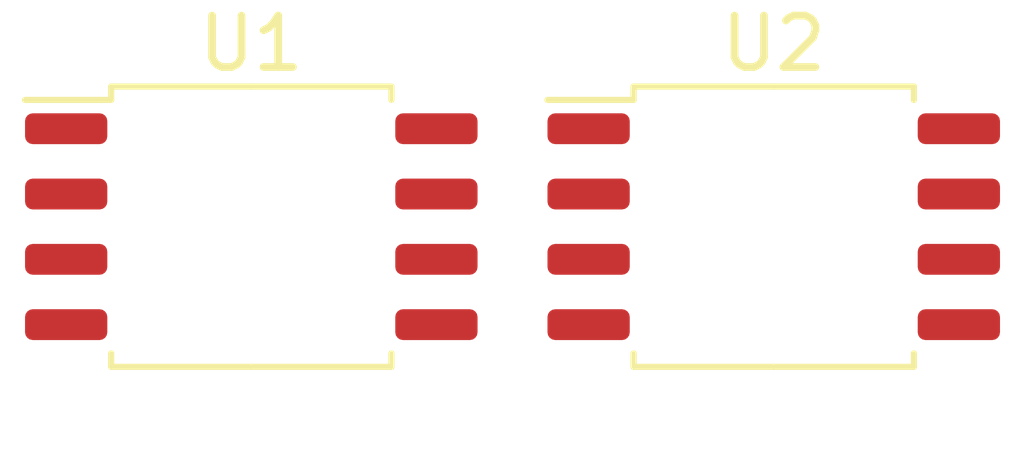
<source format=kicad_pcb>
(kicad_pcb (version 20221018) (generator pcbnew)
  (layers (0 "F.Cu" signal) (31 "B.Cu" signal) (34 "B.Paste" user) (35 "F.Paste" user) (36 "B.SilkS" user "B.Silkscreen") (37 "F.SilkS" user "F.Silkscreen") (38 "B.Mask" user) (39 "F.Mask" user) (44 "Edge.Cuts" user))
  (net 0 "")
  (net 1 "Net-(U1-CLK)")
  (net 2 "Net-(U1-DO(IO1))")
  (net 3 "GND")
  (net 4 "Net-(U2-CLK)")
  (net 5 "Net-(U2-DO(IO1))")
  (net 6 "+4V")
  (footprint "Package_SO:SOIC-8_5.23x5.23mm_P1.27mm" (layer "F.Cu") (at 146.26 79.375)
    (fp_text reference "U2" (at 0 -3.56) (layer "F.SilkS"))
    (fp_text value "W25Q128JVS")
    (fp_line (start -2.725 -2.725) (end -2.725 -2.465) (stroke (width 0.12)) (layer "F.SilkS"))
    (fp_line (start -2.725 -2.465) (end -4.4 -2.465) (stroke (width 0.12)) (layer "F.SilkS"))
    (fp_line (start -2.725 2.725) (end -2.725 2.465) (stroke (width 0.12)) (layer "F.SilkS"))
    (fp_line (start 0 -2.725) (end -2.725 -2.725) (stroke (width 0.12)) (layer "F.SilkS"))
    (fp_line (start 0 -2.725) (end 2.725 -2.725) (stroke (width 0.12)) (layer "F.SilkS"))
    (fp_line (start 0 2.725) (end -2.725 2.725) (stroke (width 0.12)) (layer "F.SilkS"))
    (fp_line (start 0 2.725) (end 2.725 2.725) (stroke (width 0.12)) (layer "F.SilkS"))
    (fp_line (start 2.725 -2.725) (end 2.725 -2.465) (stroke (width 0.12)) (layer "F.SilkS"))
    (fp_line (start 2.725 2.725) (end 2.725 2.465) (stroke (width 0.12)) (layer "F.SilkS"))
    (pad "1" smd roundrect (at -3.6 -1.905) (size 1.6 0.6) (layers "F.Cu" "F.Paste" "F.Mask") (net 4 "Net-(U2-CLK)"))
    (pad "2" smd roundrect (at -3.6 -0.635) (size 1.6 0.6) (layers "F.Cu" "F.Paste" "F.Mask") (net 5 "Net-(U2-DO(IO1))"))
    (pad "3" smd roundrect (at -3.6 0.635) (size 1.6 0.6) (layers "F.Cu" "F.Paste" "F.Mask") (net 5 "Net-(U2-DO(IO1))"))
    (pad "4" smd roundrect (at -3.6 1.905) (size 1.6 0.6) (layers "F.Cu" "F.Paste" "F.Mask") (net 3 "GND"))
    (pad "5" smd roundrect (at 3.6 1.905) (size 1.6 0.6) (layers "F.Cu" "F.Paste" "F.Mask") (net 4 "Net-(U2-CLK)"))
    (pad "6" smd roundrect (at 3.6 0.635) (size 1.6 0.6) (layers "F.Cu" "F.Paste" "F.Mask") (net 4 "Net-(U2-CLK)"))
    (pad "7" smd roundrect (at 3.6 -0.635) (size 1.6 0.6) (layers "F.Cu" "F.Paste" "F.Mask") (net 5 "Net-(U2-DO(IO1))"))
    (pad "8" smd roundrect (at 3.6 -1.905) (size 1.6 0.6) (layers "F.Cu" "F.Paste" "F.Mask") (net 6 "+4V"))
  )
  (footprint "Package_SO:SOIC-8_5.23x5.23mm_P1.27mm" (layer "F.Cu") (at 136.1 79.375)
    (fp_text reference "U1" (at 0 -3.56) (layer "F.SilkS"))
    (fp_text value "W25Q128JVS")
    (fp_line (start -2.725 -2.725) (end -2.725 -2.465) (stroke (width 0.12)) (layer "F.SilkS"))
    (fp_line (start -2.725 -2.465) (end -4.4 -2.465) (stroke (width 0.12)) (layer "F.SilkS"))
    (fp_line (start -2.725 2.725) (end -2.725 2.465) (stroke (width 0.12)) (layer "F.SilkS"))
    (fp_line (start 0 -2.725) (end -2.725 -2.725) (stroke (width 0.12)) (layer "F.SilkS"))
    (fp_line (start 0 -2.725) (end 2.725 -2.725) (stroke (width 0.12)) (layer "F.SilkS"))
    (fp_line (start 0 2.725) (end -2.725 2.725) (stroke (width 0.12)) (layer "F.SilkS"))
    (fp_line (start 0 2.725) (end 2.725 2.725) (stroke (width 0.12)) (layer "F.SilkS"))
    (fp_line (start 2.725 -2.725) (end 2.725 -2.465) (stroke (width 0.12)) (layer "F.SilkS"))
    (fp_line (start 2.725 2.725) (end 2.725 2.465) (stroke (width 0.12)) (layer "F.SilkS"))
    (pad "1" smd roundrect (at -3.6 -1.905) (size 1.6 0.6) (layers "F.Cu" "F.Paste" "F.Mask") (net 1 "Net-(U1-CLK)"))
    (pad "2" smd roundrect (at -3.6 -0.635) (size 1.6 0.6) (layers "F.Cu" "F.Paste" "F.Mask") (net 2 "Net-(U1-DO(IO1))"))
    (pad "3" smd roundrect (at -3.6 0.635) (size 1.6 0.6) (layers "F.Cu" "F.Paste" "F.Mask") (net 2 "Net-(U1-DO(IO1))"))
    (pad "4" smd roundrect (at -3.6 1.905) (size 1.6 0.6) (layers "F.Cu" "F.Paste" "F.Mask") (net 3 "GND"))
    (pad "5" smd roundrect (at 3.6 1.905) (size 1.6 0.6) (layers "F.Cu" "F.Paste" "F.Mask") (net 1 "Net-(U1-CLK)"))
    (pad "6" smd roundrect (at 3.6 0.635) (size 1.6 0.6) (layers "F.Cu" "F.Paste" "F.Mask") (net 1 "Net-(U1-CLK)"))
    (pad "7" smd roundrect (at 3.6 -0.635) (size 1.6 0.6) (layers "F.Cu" "F.Paste" "F.Mask") (net 2 "Net-(U1-DO(IO1))"))
    (pad "8" smd roundrect (at 3.6 -1.905) (size 1.6 0.6) (layers "F.Cu" "F.Paste" "F.Mask") (net 6 "+4V"))
  )
)
</source>
